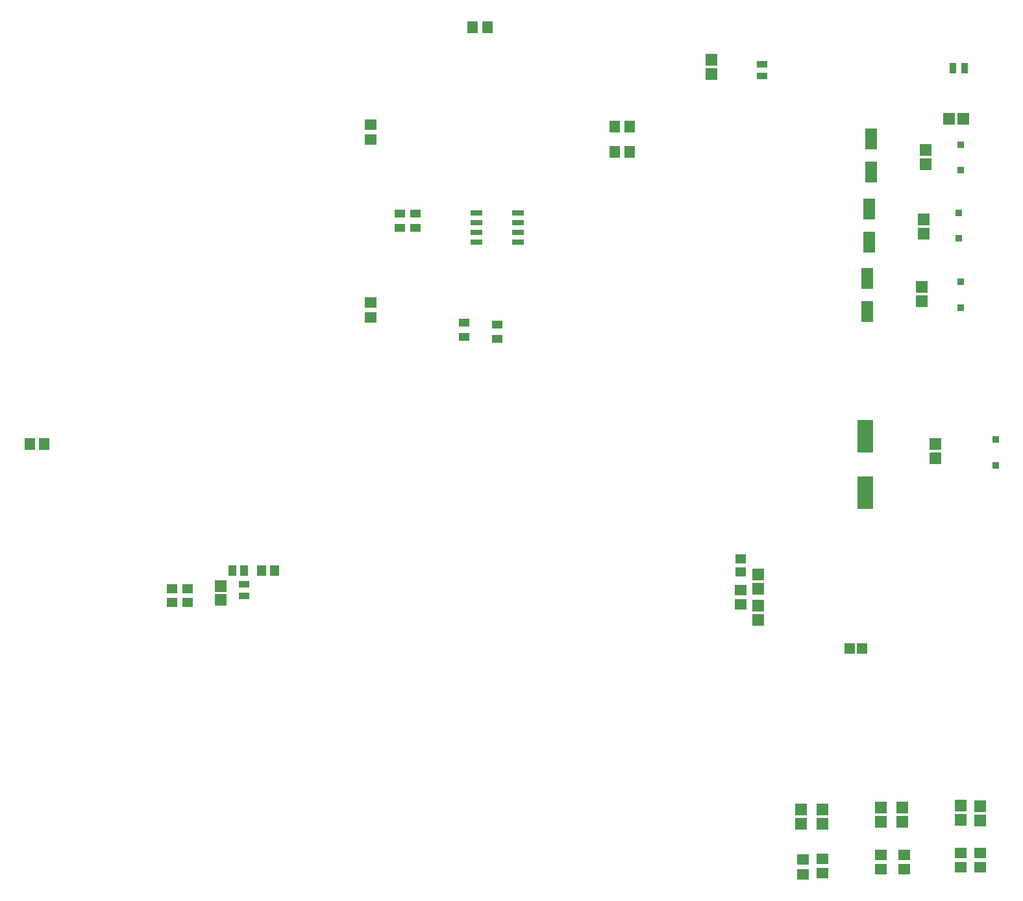
<source format=gbp>
G04*
G04 #@! TF.GenerationSoftware,Altium Limited,Altium Designer,21.2.2 (38)*
G04*
G04 Layer_Color=128*
%FSLAX25Y25*%
%MOIN*%
G70*
G04*
G04 #@! TF.SameCoordinates,22A5B088-EC4E-48B5-A717-39959E060BC5*
G04*
G04*
G04 #@! TF.FilePolarity,Positive*
G04*
G01*
G75*
%ADD18R,0.05315X0.05709*%
%ADD19R,0.05709X0.04134*%
%ADD21R,0.06004X0.02559*%
%ADD95R,0.03347X0.03347*%
%ADD96R,0.04528X0.05709*%
%ADD97R,0.05709X0.04528*%
%ADD98R,0.06102X0.06102*%
%ADD99R,0.06299X0.11024*%
%ADD100R,0.06102X0.06102*%
%ADD101R,0.03740X0.05315*%
%ADD102R,0.05315X0.03740*%
%ADD103R,0.06102X0.05315*%
%ADD104R,0.05512X0.05906*%
%ADD105R,0.05315X0.06102*%
%ADD106R,0.03937X0.05315*%
%ADD107R,0.06102X0.05906*%
%ADD108R,0.06102X0.05512*%
%ADD109R,0.08268X0.16535*%
D18*
X489496Y176000D02*
D03*
X483000D02*
D03*
D19*
X260000Y392000D02*
D03*
Y399284D02*
D03*
X252000Y392000D02*
D03*
Y399284D02*
D03*
X285000Y343284D02*
D03*
Y336000D02*
D03*
X302000Y342284D02*
D03*
Y335000D02*
D03*
D21*
X312677Y384500D02*
D03*
Y389500D02*
D03*
Y394500D02*
D03*
Y399500D02*
D03*
X291323D02*
D03*
Y394500D02*
D03*
Y389500D02*
D03*
Y384500D02*
D03*
D95*
X558000Y283189D02*
D03*
Y270000D02*
D03*
X539000Y399594D02*
D03*
Y386405D02*
D03*
X540000Y364189D02*
D03*
Y351000D02*
D03*
Y434594D02*
D03*
Y421406D02*
D03*
D96*
X181000Y216000D02*
D03*
X187890D02*
D03*
D97*
X135000Y206445D02*
D03*
Y199555D02*
D03*
X143000Y206445D02*
D03*
Y199555D02*
D03*
X427000Y215110D02*
D03*
Y222000D02*
D03*
D98*
X521000Y396284D02*
D03*
Y389000D02*
D03*
X520000Y361642D02*
D03*
Y354358D02*
D03*
X522000Y432000D02*
D03*
Y424717D02*
D03*
X412000Y478284D02*
D03*
Y471000D02*
D03*
X436000Y206716D02*
D03*
Y214000D02*
D03*
Y198000D02*
D03*
Y190717D02*
D03*
X527000Y273716D02*
D03*
Y281000D02*
D03*
X499000Y87000D02*
D03*
Y94283D02*
D03*
X469000Y86000D02*
D03*
Y93283D02*
D03*
X510000Y87000D02*
D03*
Y94283D02*
D03*
X540000Y88000D02*
D03*
Y95284D02*
D03*
X550000Y87717D02*
D03*
Y95000D02*
D03*
X458000Y86000D02*
D03*
Y93283D02*
D03*
D99*
X492000Y365929D02*
D03*
Y349000D02*
D03*
X493000Y401465D02*
D03*
Y384535D02*
D03*
X494000Y437465D02*
D03*
Y420535D02*
D03*
D100*
X541284Y448000D02*
D03*
X534000D02*
D03*
D101*
X541905Y474000D02*
D03*
X536000D02*
D03*
D102*
X438000Y470000D02*
D03*
Y475906D02*
D03*
X172000Y203000D02*
D03*
Y208906D02*
D03*
D103*
X237000Y437323D02*
D03*
Y445000D02*
D03*
Y346000D02*
D03*
Y353677D02*
D03*
D104*
X62000Y281000D02*
D03*
X69480D02*
D03*
X370000Y431000D02*
D03*
X362520D02*
D03*
X370000Y444000D02*
D03*
X362520D02*
D03*
D105*
X297000Y495000D02*
D03*
X289323D02*
D03*
D106*
X166000Y216000D02*
D03*
X171906D02*
D03*
D107*
X160000Y200913D02*
D03*
Y208000D02*
D03*
D108*
X427000Y206000D02*
D03*
Y198520D02*
D03*
X511000Y62520D02*
D03*
Y70000D02*
D03*
X550000Y63520D02*
D03*
Y71000D02*
D03*
X540000D02*
D03*
Y63520D02*
D03*
X499000Y70000D02*
D03*
Y62520D02*
D03*
X469000Y60520D02*
D03*
Y68000D02*
D03*
X459000Y60000D02*
D03*
Y67480D02*
D03*
D109*
X491000Y256000D02*
D03*
Y284937D02*
D03*
M02*

</source>
